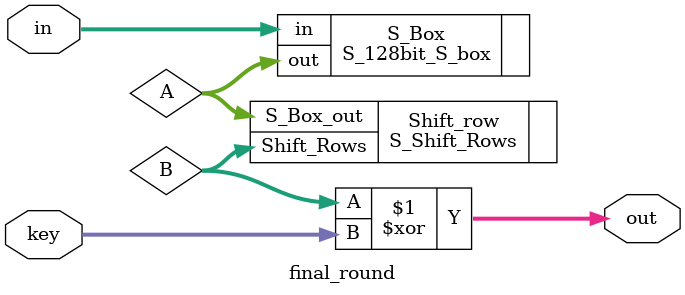
<source format=v>
`timescale 10ns / 10ps

module final_round(in,key,out);
  
  input [127:0]in, key;
  
  output [127:0] out;
  
  wire [127:0] A,B,C;
    
  S_128bit_S_box S_Box (
                        .in(in), 
                        .out(A)
                      );

  S_Shift_Rows Shift_row (
                          .S_Box_out(A), 
                          .Shift_Rows(B)
                        );
  
  // Add round key
  assign out = B^key;

 endmodule

</source>
